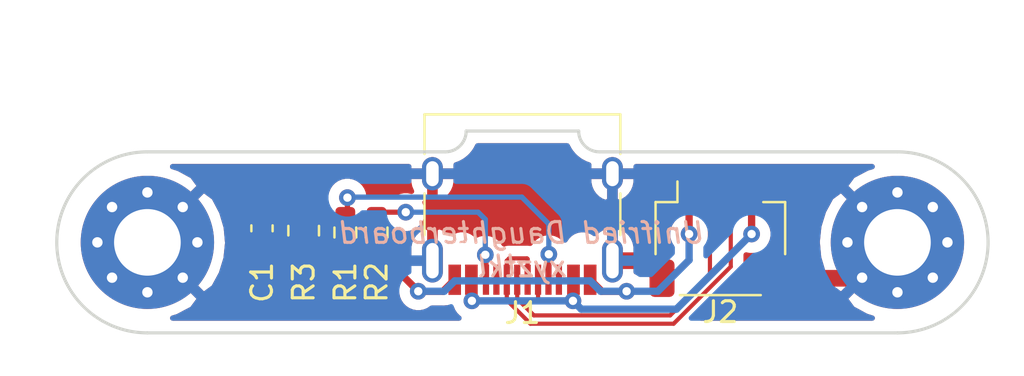
<source format=kicad_pcb>
(kicad_pcb (version 20171130) (host pcbnew 5.1.10)

  (general
    (thickness 1)
    (drawings 18)
    (tracks 76)
    (zones 0)
    (modules 8)
    (nets 10)
  )

  (page A4)
  (layers
    (0 F.Cu signal)
    (31 B.Cu signal)
    (32 B.Adhes user)
    (33 F.Adhes user)
    (34 B.Paste user)
    (35 F.Paste user)
    (36 B.SilkS user)
    (37 F.SilkS user)
    (38 B.Mask user)
    (39 F.Mask user)
    (40 Dwgs.User user)
    (41 Cmts.User user)
    (42 Eco1.User user)
    (43 Eco2.User user)
    (44 Edge.Cuts user)
    (45 Margin user)
    (46 B.CrtYd user)
    (47 F.CrtYd user)
    (48 B.Fab user)
    (49 F.Fab user)
  )

  (setup
    (last_trace_width 0.25)
    (user_trace_width 0.2)
    (user_trace_width 0.5)
    (trace_clearance 0.2)
    (zone_clearance 0.508)
    (zone_45_only no)
    (trace_min 0.2)
    (via_size 0.8)
    (via_drill 0.4)
    (via_min_size 0.4)
    (via_min_drill 0.3)
    (uvia_size 0.3)
    (uvia_drill 0.1)
    (uvias_allowed no)
    (uvia_min_size 0.2)
    (uvia_min_drill 0.1)
    (edge_width 0.15)
    (segment_width 0.0001)
    (pcb_text_width 0.3)
    (pcb_text_size 1.5 1.5)
    (mod_edge_width 0.15)
    (mod_text_size 1 1)
    (mod_text_width 0.15)
    (pad_size 1.2 1.8)
    (pad_drill 0)
    (pad_to_mask_clearance 0)
    (aux_axis_origin 0 0)
    (visible_elements 7FFFFFFF)
    (pcbplotparams
      (layerselection 0x010fc_ffffffff)
      (usegerberextensions true)
      (usegerberattributes false)
      (usegerberadvancedattributes false)
      (creategerberjobfile false)
      (excludeedgelayer true)
      (linewidth 0.100000)
      (plotframeref false)
      (viasonmask false)
      (mode 1)
      (useauxorigin false)
      (hpglpennumber 1)
      (hpglpenspeed 20)
      (hpglpendiameter 15.000000)
      (psnegative false)
      (psa4output false)
      (plotreference true)
      (plotvalue true)
      (plotinvisibletext false)
      (padsonsilk false)
      (subtractmaskfromsilk true)
      (outputformat 1)
      (mirror false)
      (drillshape 0)
      (scaleselection 1)
      (outputdirectory "gerbers"))
  )

  (net 0 "")
  (net 1 D+)
  (net 2 GND)
  (net 3 D-)
  (net 4 VCC)
  (net 5 SHIELD)
  (net 6 "Net-(J1-PadB8)")
  (net 7 "Net-(J1-PadA5)")
  (net 8 "Net-(J1-PadA8)")
  (net 9 "Net-(J1-PadB5)")

  (net_class Default "This is the default net class."
    (clearance 0.2)
    (trace_width 0.25)
    (via_dia 0.8)
    (via_drill 0.4)
    (uvia_dia 0.3)
    (uvia_drill 0.1)
    (diff_pair_width 0.25)
    (diff_pair_gap 0.25)
    (add_net D+)
    (add_net D-)
    (add_net "Net-(J1-PadA5)")
    (add_net "Net-(J1-PadA8)")
    (add_net "Net-(J1-PadB5)")
    (add_net "Net-(J1-PadB8)")
  )

  (net_class Power ""
    (clearance 0.2)
    (trace_width 0.35)
    (via_dia 0.8)
    (via_drill 0.4)
    (uvia_dia 0.3)
    (uvia_drill 0.1)
    (add_net GND)
    (add_net VCC)
  )

  (net_class Shield ""
    (clearance 0.2)
    (trace_width 0.8)
    (via_dia 0.8)
    (via_drill 0.4)
    (uvia_dia 0.3)
    (uvia_drill 0.1)
    (diff_pair_width 0.25)
    (diff_pair_gap 0.25)
    (add_net SHIELD)
  )

  (module Connector_JST:JST_SH_SM04B-SRSS-TB_1x04-1MP_P1.00mm_Horizontal (layer F.Cu) (tedit 5B78AD87) (tstamp 60BBCA33)
    (at 9.5 5.5)
    (descr "JST SH series connector, SM04B-SRSS-TB (http://www.jst-mfg.com/product/pdf/eng/eSH.pdf), generated with kicad-footprint-generator")
    (tags "connector JST SH top entry")
    (path /60BBDD8D)
    (attr smd)
    (fp_text reference J2 (at 0 3.5) (layer F.SilkS)
      (effects (font (size 1 1) (thickness 0.15)))
    )
    (fp_text value Conn_01x04_MountingPin (at 0 3.98) (layer F.Fab)
      (effects (font (size 1 1) (thickness 0.15)))
    )
    (fp_line (start -3 -1.675) (end 3 -1.675) (layer F.Fab) (width 0.1))
    (fp_line (start -3.11 0.715) (end -3.11 -1.785) (layer F.SilkS) (width 0.12))
    (fp_line (start -3.11 -1.785) (end -2.06 -1.785) (layer F.SilkS) (width 0.12))
    (fp_line (start -2.06 -1.785) (end -2.06 -2.775) (layer F.SilkS) (width 0.12))
    (fp_line (start 3.11 0.715) (end 3.11 -1.785) (layer F.SilkS) (width 0.12))
    (fp_line (start 3.11 -1.785) (end 2.06 -1.785) (layer F.SilkS) (width 0.12))
    (fp_line (start -1.94 2.685) (end 1.94 2.685) (layer F.SilkS) (width 0.12))
    (fp_line (start -3 2.575) (end 3 2.575) (layer F.Fab) (width 0.1))
    (fp_line (start -3 -1.675) (end -3 2.575) (layer F.Fab) (width 0.1))
    (fp_line (start 3 -1.675) (end 3 2.575) (layer F.Fab) (width 0.1))
    (fp_line (start -3.9 -3.28) (end -3.9 3.28) (layer F.CrtYd) (width 0.05))
    (fp_line (start -3.9 3.28) (end 3.9 3.28) (layer F.CrtYd) (width 0.05))
    (fp_line (start 3.9 3.28) (end 3.9 -3.28) (layer F.CrtYd) (width 0.05))
    (fp_line (start 3.9 -3.28) (end -3.9 -3.28) (layer F.CrtYd) (width 0.05))
    (fp_line (start -2 -1.675) (end -1.5 -0.967893) (layer F.Fab) (width 0.1))
    (fp_line (start -1.5 -0.967893) (end -1 -1.675) (layer F.Fab) (width 0.1))
    (fp_text user %R (at 0 0) (layer F.Fab)
      (effects (font (size 1 1) (thickness 0.15)))
    )
    (pad MP smd roundrect (at 2.8 1.875) (size 1.2 1.8) (layers F.Cu F.Paste F.Mask) (roundrect_rratio 0.208333)
      (net 5 SHIELD))
    (pad MP smd roundrect (at -2.8 1.875) (size 1.2 1.8) (layers F.Cu F.Paste F.Mask) (roundrect_rratio 0.208333)
      (net 5 SHIELD))
    (pad 4 smd roundrect (at 1.5 -2) (size 0.6 1.55) (layers F.Cu F.Paste F.Mask) (roundrect_rratio 0.25)
      (net 4 VCC))
    (pad 3 smd roundrect (at 0.5 -2) (size 0.6 1.55) (layers F.Cu F.Paste F.Mask) (roundrect_rratio 0.25)
      (net 1 D+))
    (pad 2 smd roundrect (at -0.5 -2) (size 0.6 1.55) (layers F.Cu F.Paste F.Mask) (roundrect_rratio 0.25)
      (net 3 D-))
    (pad 1 smd roundrect (at -1.5 -2) (size 0.6 1.55) (layers F.Cu F.Paste F.Mask) (roundrect_rratio 0.25)
      (net 2 GND))
    (model ${KIPRJMOD}/JST_SM04B-SRSS-TB.STEP
      (offset (xyz 0 1.35 -0.3))
      (scale (xyz 1 1 1))
      (rotate (xyz -90 0 0))
    )
  )

  (module Connector_USB:USB_C_Receptacle_HRO_TYPE-C-31-M-12 (layer F.Cu) (tedit 5D3C0721) (tstamp 60AB2A19)
    (at 0 3.4 180)
    (descr "USB Type-C receptacle for USB 2.0 and PD, http://www.krhro.com/uploads/soft/180320/1-1P320120243.pdf")
    (tags "usb usb-c 2.0 pd")
    (path /60AADDC9)
    (attr smd)
    (fp_text reference J1 (at 0 -5.645) (layer F.SilkS)
      (effects (font (size 1 1) (thickness 0.15)))
    )
    (fp_text value USB_C_Receptacle_USB2.0 (at 0 5.1) (layer F.Fab)
      (effects (font (size 1 1) (thickness 0.15)))
    )
    (fp_line (start -4.7 3.9) (end 4.7 3.9) (layer F.SilkS) (width 0.12))
    (fp_line (start -4.47 -3.65) (end 4.47 -3.65) (layer F.Fab) (width 0.1))
    (fp_line (start -4.47 -3.65) (end -4.47 3.65) (layer F.Fab) (width 0.1))
    (fp_line (start -4.47 3.65) (end 4.47 3.65) (layer F.Fab) (width 0.1))
    (fp_line (start 4.47 -3.65) (end 4.47 3.65) (layer F.Fab) (width 0.1))
    (fp_line (start -5.32 -5.27) (end 5.32 -5.27) (layer F.CrtYd) (width 0.05))
    (fp_line (start -5.32 4.15) (end 5.32 4.15) (layer F.CrtYd) (width 0.05))
    (fp_line (start -5.32 -5.27) (end -5.32 4.15) (layer F.CrtYd) (width 0.05))
    (fp_line (start 5.32 -5.27) (end 5.32 4.15) (layer F.CrtYd) (width 0.05))
    (fp_line (start 4.7 -1.9) (end 4.7 0.1) (layer F.SilkS) (width 0.12))
    (fp_line (start 4.7 2) (end 4.7 3.9) (layer F.SilkS) (width 0.12))
    (fp_line (start -4.7 -1.9) (end -4.7 0.1) (layer F.SilkS) (width 0.12))
    (fp_line (start -4.7 2) (end -4.7 3.9) (layer F.SilkS) (width 0.12))
    (fp_text user %R (at 0 0) (layer F.Fab)
      (effects (font (size 1 1) (thickness 0.15)))
    )
    (pad S1 thru_hole oval (at 4.32 1.05 180) (size 1 1.6) (drill oval 0.6 1.2) (layers *.Cu *.Mask)
      (net 5 SHIELD))
    (pad "" np_thru_hole circle (at 2.89 -2.6 180) (size 0.65 0.65) (drill 0.65) (layers *.Cu *.Mask))
    (pad S1 thru_hole oval (at -4.32 1.05 180) (size 1 1.6) (drill oval 0.6 1.2) (layers *.Cu *.Mask)
      (net 5 SHIELD))
    (pad "" np_thru_hole circle (at -2.89 -2.6 180) (size 0.65 0.65) (drill 0.65) (layers *.Cu *.Mask))
    (pad S1 thru_hole oval (at -4.32 -3.13 180) (size 1 2.1) (drill oval 0.6 1.7) (layers *.Cu *.Mask)
      (net 5 SHIELD))
    (pad S1 thru_hole oval (at 4.32 -3.13 180) (size 1 2.1) (drill oval 0.6 1.7) (layers *.Cu *.Mask)
      (net 5 SHIELD))
    (pad A6 smd rect (at -0.25 -4.045 180) (size 0.3 1.45) (layers F.Cu F.Paste F.Mask)
      (net 1 D+))
    (pad B5 smd rect (at 1.75 -4.045 180) (size 0.3 1.45) (layers F.Cu F.Paste F.Mask)
      (net 9 "Net-(J1-PadB5)"))
    (pad A8 smd rect (at 1.25 -4.045 180) (size 0.3 1.45) (layers F.Cu F.Paste F.Mask)
      (net 8 "Net-(J1-PadA8)"))
    (pad B6 smd rect (at 0.75 -4.045 180) (size 0.3 1.45) (layers F.Cu F.Paste F.Mask)
      (net 1 D+))
    (pad A7 smd rect (at 0.25 -4.045 180) (size 0.3 1.45) (layers F.Cu F.Paste F.Mask)
      (net 3 D-))
    (pad B7 smd rect (at -0.75 -4.045 180) (size 0.3 1.45) (layers F.Cu F.Paste F.Mask)
      (net 3 D-))
    (pad A5 smd rect (at -1.25 -4.045 180) (size 0.3 1.45) (layers F.Cu F.Paste F.Mask)
      (net 7 "Net-(J1-PadA5)"))
    (pad B8 smd rect (at -1.75 -4.045 180) (size 0.3 1.45) (layers F.Cu F.Paste F.Mask)
      (net 6 "Net-(J1-PadB8)"))
    (pad A12 smd rect (at 3.25 -4.045 180) (size 0.6 1.45) (layers F.Cu F.Paste F.Mask)
      (net 2 GND))
    (pad B4 smd rect (at 2.45 -4.045 180) (size 0.6 1.45) (layers F.Cu F.Paste F.Mask)
      (net 4 VCC))
    (pad A4 smd rect (at -2.45 -4.045 180) (size 0.6 1.45) (layers F.Cu F.Paste F.Mask)
      (net 4 VCC))
    (pad A1 smd rect (at -3.25 -4.045 180) (size 0.6 1.45) (layers F.Cu F.Paste F.Mask)
      (net 2 GND))
    (pad B12 smd rect (at -3.25 -4.045 180) (size 0.6 1.45) (layers F.Cu F.Paste F.Mask)
      (net 2 GND))
    (pad B9 smd rect (at -2.45 -4.045 180) (size 0.6 1.45) (layers F.Cu F.Paste F.Mask)
      (net 4 VCC))
    (pad A9 smd rect (at 2.45 -4.045 180) (size 0.6 1.45) (layers F.Cu F.Paste F.Mask)
      (net 4 VCC))
    (pad B1 smd rect (at 3.25 -4.045 180) (size 0.6 1.45) (layers F.Cu F.Paste F.Mask)
      (net 2 GND))
    (model ${KIPRJMOD}/HRO-TYPE-C-31-M-12.step
      (offset (xyz -4.48 -3.65 -0.03))
      (scale (xyz 1 1 1))
      (rotate (xyz -90 0 0))
    )
  )

  (module Resistor_SMD:R_0603_1608Metric (layer F.Cu) (tedit 5F68FEEE) (tstamp 5FA27231)
    (at -7 5.175 90)
    (descr "Resistor SMD 0603 (1608 Metric), square (rectangular) end terminal, IPC_7351 nominal, (Body size source: IPC-SM-782 page 72, https://www.pcb-3d.com/wordpress/wp-content/uploads/ipc-sm-782a_amendment_1_and_2.pdf), generated with kicad-footprint-generator")
    (tags resistor)
    (path /60AB11C4)
    (attr smd)
    (fp_text reference R2 (at -2.4 0 90) (layer F.SilkS)
      (effects (font (size 1 1) (thickness 0.15)))
    )
    (fp_text value 5.1k (at 0 1.43 90) (layer F.Fab)
      (effects (font (size 1 1) (thickness 0.15)))
    )
    (fp_line (start 1.48 0.73) (end -1.48 0.73) (layer F.CrtYd) (width 0.05))
    (fp_line (start 1.48 -0.73) (end 1.48 0.73) (layer F.CrtYd) (width 0.05))
    (fp_line (start -1.48 -0.73) (end 1.48 -0.73) (layer F.CrtYd) (width 0.05))
    (fp_line (start -1.48 0.73) (end -1.48 -0.73) (layer F.CrtYd) (width 0.05))
    (fp_line (start -0.237258 0.5225) (end 0.237258 0.5225) (layer F.SilkS) (width 0.12))
    (fp_line (start -0.237258 -0.5225) (end 0.237258 -0.5225) (layer F.SilkS) (width 0.12))
    (fp_line (start 0.8 0.4125) (end -0.8 0.4125) (layer F.Fab) (width 0.1))
    (fp_line (start 0.8 -0.4125) (end 0.8 0.4125) (layer F.Fab) (width 0.1))
    (fp_line (start -0.8 -0.4125) (end 0.8 -0.4125) (layer F.Fab) (width 0.1))
    (fp_line (start -0.8 0.4125) (end -0.8 -0.4125) (layer F.Fab) (width 0.1))
    (fp_text user %R (at 0 0 90) (layer F.Fab)
      (effects (font (size 0.4 0.4) (thickness 0.06)))
    )
    (pad 2 smd roundrect (at 0.825 0 90) (size 0.8 0.95) (layers F.Cu F.Paste F.Mask) (roundrect_rratio 0.25)
      (net 9 "Net-(J1-PadB5)"))
    (pad 1 smd roundrect (at -0.825 0 90) (size 0.8 0.95) (layers F.Cu F.Paste F.Mask) (roundrect_rratio 0.25)
      (net 2 GND))
    (model ${KISYS3DMOD}/Resistor_SMD.3dshapes/R_0603_1608Metric.wrl
      (at (xyz 0 0 0))
      (scale (xyz 1 1 1))
      (rotate (xyz 0 0 0))
    )
  )

  (module Resistor_SMD:R_0603_1608Metric (layer F.Cu) (tedit 5F68FEEE) (tstamp 60AB3F51)
    (at -8.5 5.175 270)
    (descr "Resistor SMD 0603 (1608 Metric), square (rectangular) end terminal, IPC_7351 nominal, (Body size source: IPC-SM-782 page 72, https://www.pcb-3d.com/wordpress/wp-content/uploads/ipc-sm-782a_amendment_1_and_2.pdf), generated with kicad-footprint-generator")
    (tags resistor)
    (path /60AB11CA)
    (attr smd)
    (fp_text reference R1 (at 2.4 0 90) (layer F.SilkS)
      (effects (font (size 1 1) (thickness 0.15)))
    )
    (fp_text value 5.1k (at 0 1.43 90) (layer F.Fab)
      (effects (font (size 1 1) (thickness 0.15)))
    )
    (fp_line (start 1.48 0.73) (end -1.48 0.73) (layer F.CrtYd) (width 0.05))
    (fp_line (start 1.48 -0.73) (end 1.48 0.73) (layer F.CrtYd) (width 0.05))
    (fp_line (start -1.48 -0.73) (end 1.48 -0.73) (layer F.CrtYd) (width 0.05))
    (fp_line (start -1.48 0.73) (end -1.48 -0.73) (layer F.CrtYd) (width 0.05))
    (fp_line (start -0.237258 0.5225) (end 0.237258 0.5225) (layer F.SilkS) (width 0.12))
    (fp_line (start -0.237258 -0.5225) (end 0.237258 -0.5225) (layer F.SilkS) (width 0.12))
    (fp_line (start 0.8 0.4125) (end -0.8 0.4125) (layer F.Fab) (width 0.1))
    (fp_line (start 0.8 -0.4125) (end 0.8 0.4125) (layer F.Fab) (width 0.1))
    (fp_line (start -0.8 -0.4125) (end 0.8 -0.4125) (layer F.Fab) (width 0.1))
    (fp_line (start -0.8 0.4125) (end -0.8 -0.4125) (layer F.Fab) (width 0.1))
    (fp_text user %R (at 0 0 90) (layer F.Fab)
      (effects (font (size 0.4 0.4) (thickness 0.06)))
    )
    (pad 2 smd roundrect (at 0.825 0 270) (size 0.8 0.95) (layers F.Cu F.Paste F.Mask) (roundrect_rratio 0.25)
      (net 2 GND))
    (pad 1 smd roundrect (at -0.825 0 270) (size 0.8 0.95) (layers F.Cu F.Paste F.Mask) (roundrect_rratio 0.25)
      (net 7 "Net-(J1-PadA5)"))
    (model ${KISYS3DMOD}/Resistor_SMD.3dshapes/R_0603_1608Metric.wrl
      (at (xyz 0 0 0))
      (scale (xyz 1 1 1))
      (rotate (xyz 0 0 0))
    )
  )

  (module MountingHole:MountingHole_3.2mm_M3_Pad_Via (layer F.Cu) (tedit 56DDBCCA) (tstamp 5C91B700)
    (at 18 5.65)
    (descr "Mounting Hole 3.2mm, M3")
    (tags "mounting hole 3.2mm m3")
    (path /60AB11DE)
    (attr virtual)
    (fp_text reference MH2 (at 0 -4.2) (layer F.SilkS) hide
      (effects (font (size 1 1) (thickness 0.15)))
    )
    (fp_text value Mount-M2 (at 0 4.2) (layer F.Fab)
      (effects (font (size 1 1) (thickness 0.15)))
    )
    (fp_circle (center 0 0) (end 3.2 0) (layer Cmts.User) (width 0.15))
    (fp_circle (center 0 0) (end 3.45 0) (layer F.CrtYd) (width 0.05))
    (fp_text user %R (at 0.3 0) (layer F.Fab)
      (effects (font (size 1 1) (thickness 0.15)))
    )
    (pad 1 thru_hole circle (at 1.697056 -1.697056) (size 0.8 0.8) (drill 0.5) (layers *.Cu *.Mask)
      (net 5 SHIELD))
    (pad 1 thru_hole circle (at 0 -2.4) (size 0.8 0.8) (drill 0.5) (layers *.Cu *.Mask)
      (net 5 SHIELD))
    (pad 1 thru_hole circle (at -1.697056 -1.697056) (size 0.8 0.8) (drill 0.5) (layers *.Cu *.Mask)
      (net 5 SHIELD))
    (pad 1 thru_hole circle (at -2.4 0) (size 0.8 0.8) (drill 0.5) (layers *.Cu *.Mask)
      (net 5 SHIELD))
    (pad 1 thru_hole circle (at -1.697056 1.697056) (size 0.8 0.8) (drill 0.5) (layers *.Cu *.Mask)
      (net 5 SHIELD))
    (pad 1 thru_hole circle (at 0 2.4) (size 0.8 0.8) (drill 0.5) (layers *.Cu *.Mask)
      (net 5 SHIELD))
    (pad 1 thru_hole circle (at 1.697056 1.697056) (size 0.8 0.8) (drill 0.5) (layers *.Cu *.Mask)
      (net 5 SHIELD))
    (pad 1 thru_hole circle (at 2.4 0) (size 0.8 0.8) (drill 0.5) (layers *.Cu *.Mask)
      (net 5 SHIELD))
    (pad 1 thru_hole circle (at 0 0) (size 6.4 6.4) (drill 3.2) (layers *.Cu *.Mask)
      (net 5 SHIELD))
  )

  (module MountingHole:MountingHole_3.2mm_M3_Pad_Via (layer F.Cu) (tedit 56DDBCCA) (tstamp 5FA20BAA)
    (at -18 5.65)
    (descr "Mounting Hole 3.2mm, M3")
    (tags "mounting hole 3.2mm m3")
    (path /60AB11D8)
    (attr virtual)
    (fp_text reference MH1 (at 0 -4.2) (layer F.SilkS) hide
      (effects (font (size 1 1) (thickness 0.15)))
    )
    (fp_text value Mount-M2 (at 0 4.2) (layer F.Fab)
      (effects (font (size 1 1) (thickness 0.15)))
    )
    (fp_circle (center 0 0) (end 3.2 0) (layer Cmts.User) (width 0.15))
    (fp_circle (center 0 0) (end 3.45 0) (layer F.CrtYd) (width 0.05))
    (fp_text user %R (at 0.3 0) (layer F.Fab)
      (effects (font (size 1 1) (thickness 0.15)))
    )
    (pad 1 thru_hole circle (at 1.697056 -1.697056) (size 0.8 0.8) (drill 0.5) (layers *.Cu *.Mask)
      (net 5 SHIELD))
    (pad 1 thru_hole circle (at 0 -2.4) (size 0.8 0.8) (drill 0.5) (layers *.Cu *.Mask)
      (net 5 SHIELD))
    (pad 1 thru_hole circle (at -1.697056 -1.697056) (size 0.8 0.8) (drill 0.5) (layers *.Cu *.Mask)
      (net 5 SHIELD))
    (pad 1 thru_hole circle (at -2.4 0) (size 0.8 0.8) (drill 0.5) (layers *.Cu *.Mask)
      (net 5 SHIELD))
    (pad 1 thru_hole circle (at -1.697056 1.697056) (size 0.8 0.8) (drill 0.5) (layers *.Cu *.Mask)
      (net 5 SHIELD))
    (pad 1 thru_hole circle (at 0 2.4) (size 0.8 0.8) (drill 0.5) (layers *.Cu *.Mask)
      (net 5 SHIELD))
    (pad 1 thru_hole circle (at 1.697056 1.697056) (size 0.8 0.8) (drill 0.5) (layers *.Cu *.Mask)
      (net 5 SHIELD))
    (pad 1 thru_hole circle (at 2.4 0) (size 0.8 0.8) (drill 0.5) (layers *.Cu *.Mask)
      (net 5 SHIELD))
    (pad 1 thru_hole circle (at 0 0) (size 6.4 6.4) (drill 3.2) (layers *.Cu *.Mask)
      (net 5 SHIELD))
  )

  (module Resistor_SMD:R_0805_2012Metric (layer F.Cu) (tedit 5F68FEEE) (tstamp 60AB4230)
    (at -10.5 5.0875 90)
    (descr "Resistor SMD 0805 (2012 Metric), square (rectangular) end terminal, IPC_7351 nominal, (Body size source: IPC-SM-782 page 72, https://www.pcb-3d.com/wordpress/wp-content/uploads/ipc-sm-782a_amendment_1_and_2.pdf), generated with kicad-footprint-generator")
    (tags resistor)
    (path /60AB11E4)
    (attr smd)
    (fp_text reference R3 (at -2.4875 0 90) (layer F.SilkS)
      (effects (font (size 1 1) (thickness 0.15)))
    )
    (fp_text value 1M (at 0 1.65 90) (layer F.Fab)
      (effects (font (size 1 1) (thickness 0.15)))
    )
    (fp_line (start 1.68 0.95) (end -1.68 0.95) (layer F.CrtYd) (width 0.05))
    (fp_line (start 1.68 -0.95) (end 1.68 0.95) (layer F.CrtYd) (width 0.05))
    (fp_line (start -1.68 -0.95) (end 1.68 -0.95) (layer F.CrtYd) (width 0.05))
    (fp_line (start -1.68 0.95) (end -1.68 -0.95) (layer F.CrtYd) (width 0.05))
    (fp_line (start -0.227064 0.735) (end 0.227064 0.735) (layer F.SilkS) (width 0.12))
    (fp_line (start -0.227064 -0.735) (end 0.227064 -0.735) (layer F.SilkS) (width 0.12))
    (fp_line (start 1 0.625) (end -1 0.625) (layer F.Fab) (width 0.1))
    (fp_line (start 1 -0.625) (end 1 0.625) (layer F.Fab) (width 0.1))
    (fp_line (start -1 -0.625) (end 1 -0.625) (layer F.Fab) (width 0.1))
    (fp_line (start -1 0.625) (end -1 -0.625) (layer F.Fab) (width 0.1))
    (fp_text user %R (at 0 0 90) (layer F.Fab)
      (effects (font (size 0.5 0.5) (thickness 0.08)))
    )
    (pad 2 smd roundrect (at 0.9125 0 90) (size 1.025 1.4) (layers F.Cu F.Paste F.Mask) (roundrect_rratio 0.2439014634146341)
      (net 5 SHIELD))
    (pad 1 smd roundrect (at -0.9125 0 90) (size 1.025 1.4) (layers F.Cu F.Paste F.Mask) (roundrect_rratio 0.2439014634146341)
      (net 2 GND))
    (model ${KISYS3DMOD}/Resistor_SMD.3dshapes/R_0805_2012Metric.wrl
      (at (xyz 0 0 0))
      (scale (xyz 1 1 1))
      (rotate (xyz 0 0 0))
    )
  )

  (module Capacitor_SMD:C_0603_1608Metric (layer F.Cu) (tedit 5F68FEEE) (tstamp 5FA0FBCA)
    (at -12.5 4.975 90)
    (descr "Capacitor SMD 0603 (1608 Metric), square (rectangular) end terminal, IPC_7351 nominal, (Body size source: IPC-SM-782 page 76, https://www.pcb-3d.com/wordpress/wp-content/uploads/ipc-sm-782a_amendment_1_and_2.pdf), generated with kicad-footprint-generator")
    (tags capacitor)
    (path /60AB11EA)
    (attr smd)
    (fp_text reference C1 (at -2.6 0 90) (layer F.SilkS)
      (effects (font (size 1 1) (thickness 0.15)))
    )
    (fp_text value 4.7n (at 0 1.43 90) (layer F.Fab)
      (effects (font (size 1 1) (thickness 0.15)))
    )
    (fp_line (start 1.48 0.73) (end -1.48 0.73) (layer F.CrtYd) (width 0.05))
    (fp_line (start 1.48 -0.73) (end 1.48 0.73) (layer F.CrtYd) (width 0.05))
    (fp_line (start -1.48 -0.73) (end 1.48 -0.73) (layer F.CrtYd) (width 0.05))
    (fp_line (start -1.48 0.73) (end -1.48 -0.73) (layer F.CrtYd) (width 0.05))
    (fp_line (start -0.14058 0.51) (end 0.14058 0.51) (layer F.SilkS) (width 0.12))
    (fp_line (start -0.14058 -0.51) (end 0.14058 -0.51) (layer F.SilkS) (width 0.12))
    (fp_line (start 0.8 0.4) (end -0.8 0.4) (layer F.Fab) (width 0.1))
    (fp_line (start 0.8 -0.4) (end 0.8 0.4) (layer F.Fab) (width 0.1))
    (fp_line (start -0.8 -0.4) (end 0.8 -0.4) (layer F.Fab) (width 0.1))
    (fp_line (start -0.8 0.4) (end -0.8 -0.4) (layer F.Fab) (width 0.1))
    (fp_text user %R (at 0 0 90) (layer F.Fab)
      (effects (font (size 0.4 0.4) (thickness 0.06)))
    )
    (pad 2 smd roundrect (at 0.775 0 90) (size 0.9 0.95) (layers F.Cu F.Paste F.Mask) (roundrect_rratio 0.25)
      (net 5 SHIELD))
    (pad 1 smd roundrect (at -0.775 0 90) (size 0.9 0.95) (layers F.Cu F.Paste F.Mask) (roundrect_rratio 0.25)
      (net 2 GND))
    (model ${KISYS3DMOD}/Capacitor_SMD.3dshapes/C_0603_1608Metric.wrl
      (at (xyz 0 0 0))
      (scale (xyz 1 1 1))
      (rotate (xyz 0 0 0))
    )
  )

  (gr_line (start -25 5.65) (end -18 5.65) (layer Eco2.User) (width 0.15))
  (gr_line (start 24 5.65) (end 18 5.65) (layer Eco2.User) (width 0.15))
  (gr_line (start 14 12) (end 14 8) (layer Eco1.User) (width 0.15))
  (gr_line (start 14 -1) (end 14 3) (layer Eco1.User) (width 0.15))
  (gr_line (start -14 12) (end -14 8) (layer Eco1.User) (width 0.15))
  (gr_line (start -14 -1) (end -14 3) (layer Eco1.User) (width 0.15))
  (gr_arc (start 3.7 0.3) (end 2.7 0.3) (angle -90) (layer Edge.Cuts) (width 0.15))
  (gr_arc (start -3.7 0.3) (end -3.7 1.3) (angle -90) (layer Edge.Cuts) (width 0.15))
  (gr_line (start -2.7 0.3) (end 2.7 0.3) (layer Edge.Cuts) (width 0.15))
  (gr_line (start 18 1.3) (end 3.7 1.3) (layer Edge.Cuts) (width 0.15) (tstamp 60AB4B69))
  (gr_circle (center 18 5.65) (end 21.5 5.65) (layer Eco1.User) (width 0.15))
  (gr_circle (center -18 5.65) (end -14.5 5.65) (layer Eco1.User) (width 0.15))
  (gr_text "Unifried Daughterboard\nxyztkl" (at 0 6) (layer B.SilkS)
    (effects (font (size 1 1) (thickness 0.15) italic) (justify mirror))
  )
  (dimension 44.8 (width 0.15) (layer Eco1.User)
    (gr_text "44.800 mm" (at 0 -5.3) (layer Eco1.User)
      (effects (font (size 1 1) (thickness 0.15)))
    )
    (feature1 (pts (xy 22.4 5.6) (xy 22.4 -4.586421)))
    (feature2 (pts (xy -22.4 5.6) (xy -22.4 -4.586421)))
    (crossbar (pts (xy -22.4 -4) (xy 22.4 -4)))
    (arrow1a (pts (xy 22.4 -4) (xy 21.273496 -3.413579)))
    (arrow1b (pts (xy 22.4 -4) (xy 21.273496 -4.586421)))
    (arrow2a (pts (xy -22.4 -4) (xy -21.273496 -3.413579)))
    (arrow2b (pts (xy -22.4 -4) (xy -21.273496 -4.586421)))
  )
  (gr_arc (start -18 5.65) (end -18 1.3) (angle -180) (layer Edge.Cuts) (width 0.15))
  (gr_arc (start 18 5.65) (end 18 10) (angle -180) (layer Edge.Cuts) (width 0.15))
  (gr_line (start -18 10) (end 18 10) (layer Edge.Cuts) (width 0.15))
  (gr_line (start -18 1.3) (end -3.7 1.3) (layer Edge.Cuts) (width 0.15))

  (segment (start 0.25 6.45) (end 0.25 7.445) (width 0.2) (layer F.Cu) (net 1))
  (segment (start 0.219999 6.419999) (end 0.25 6.45) (width 0.2) (layer F.Cu) (net 1))
  (segment (start -0.640001 6.419999) (end 0.219999 6.419999) (width 0.2) (layer F.Cu) (net 1))
  (segment (start -0.75 6.529998) (end -0.640001 6.419999) (width 0.2) (layer F.Cu) (net 1))
  (segment (start -0.75 7.445) (end -0.75 6.529998) (width 0.2) (layer F.Cu) (net 1))
  (segment (start 10 6.817117) (end 10 3.5) (width 0.2) (layer F.Cu) (net 1))
  (segment (start -0.75 8.425702) (end 0.384786 9.560488) (width 0.2) (layer F.Cu) (net 1))
  (segment (start 7.256629 9.560488) (end 10 6.817117) (width 0.2) (layer F.Cu) (net 1))
  (segment (start 0.384786 9.560488) (end 7.256629 9.560488) (width 0.2) (layer F.Cu) (net 1))
  (segment (start -0.75 7.445) (end -0.75 8.425702) (width 0.2) (layer F.Cu) (net 1))
  (via (at -5 8) (size 0.8) (drill 0.4) (layers F.Cu B.Cu) (net 2))
  (via (at 5 8) (size 0.8) (drill 0.4) (layers F.Cu B.Cu) (net 2))
  (segment (start 3.805 8) (end 5.25 8) (width 0.35) (layer F.Cu) (net 2))
  (segment (start 3.25 7.445) (end 3.805 8) (width 0.35) (layer F.Cu) (net 2))
  (segment (start -3.805 8) (end -5 8) (width 0.35) (layer F.Cu) (net 2))
  (segment (start -3.25 7.445) (end -3.805 8) (width 0.35) (layer F.Cu) (net 2))
  (segment (start -5 8) (end -3.75 8) (width 0.35) (layer B.Cu) (net 2))
  (segment (start 5 8) (end 3.75 8) (width 0.35) (layer B.Cu) (net 2))
  (segment (start 3.75 8) (end 3.25 7.5) (width 0.35) (layer B.Cu) (net 2))
  (segment (start -3.25 7.5) (end -3.75 8) (width 0.35) (layer B.Cu) (net 2))
  (segment (start 3.25 7.5) (end -3.25 7.5) (width 0.35) (layer B.Cu) (net 2))
  (segment (start -10.75 5.75) (end -10.5 6) (width 0.35) (layer F.Cu) (net 2))
  (segment (start -12.5 5.75) (end -10.75 5.75) (width 0.35) (layer F.Cu) (net 2))
  (segment (start -10.5 6) (end -8.5 6) (width 0.35) (layer F.Cu) (net 2))
  (segment (start -8.5 6) (end -7 6) (width 0.35) (layer F.Cu) (net 2))
  (segment (start -7 6) (end -5 8) (width 0.35) (layer F.Cu) (net 2))
  (via (at 8.000006 5.25) (size 0.8) (drill 0.4) (layers F.Cu B.Cu) (net 2))
  (segment (start 8.000006 6.499994) (end 8.000006 5.25) (width 0.35) (layer B.Cu) (net 2))
  (segment (start 6.5 8) (end 8.000006 6.499994) (width 0.35) (layer B.Cu) (net 2))
  (segment (start 5 8) (end 6.5 8) (width 0.35) (layer B.Cu) (net 2))
  (segment (start 8.000006 3.500006) (end 8 3.5) (width 0.35) (layer F.Cu) (net 2))
  (segment (start 8.000006 5.25) (end 8.000006 3.500006) (width 0.35) (layer F.Cu) (net 2))
  (segment (start 0.75 8.360002) (end 0.75 7.445) (width 0.2) (layer F.Cu) (net 3))
  (segment (start 0.640001 8.470001) (end 0.75 8.360002) (width 0.2) (layer F.Cu) (net 3))
  (segment (start -0.140001 8.470001) (end 0.640001 8.470001) (width 0.2) (layer F.Cu) (net 3))
  (segment (start -0.25 8.360002) (end -0.140001 8.470001) (width 0.2) (layer F.Cu) (net 3))
  (segment (start -0.25 7.445) (end -0.25 8.360002) (width 0.2) (layer F.Cu) (net 3))
  (segment (start 9 7.25) (end 9 3.5) (width 0.2) (layer F.Cu) (net 3))
  (segment (start 7.089523 9.160477) (end 9 7.25) (width 0.2) (layer F.Cu) (net 3))
  (segment (start 0.550475 9.160477) (end 7.089523 9.160477) (width 0.2) (layer F.Cu) (net 3))
  (segment (start -0.25 8.360002) (end 0.550475 9.160477) (width 0.2) (layer F.Cu) (net 3))
  (via (at -2.424999 8.460476) (size 0.8) (drill 0.4) (layers F.Cu B.Cu) (net 4))
  (segment (start -2.45 8.435475) (end -2.424999 8.460476) (width 0.35) (layer F.Cu) (net 4))
  (segment (start -2.45 7.445) (end -2.45 8.435475) (width 0.35) (layer F.Cu) (net 4))
  (via (at 2.424999 8.460476) (size 0.8) (drill 0.4) (layers F.Cu B.Cu) (net 4))
  (segment (start 2.45 8.435475) (end 2.424999 8.460476) (width 0.35) (layer F.Cu) (net 4))
  (segment (start 2.45 7.445) (end 2.45 8.435475) (width 0.35) (layer F.Cu) (net 4))
  (segment (start 2.424999 8.460476) (end -2.424999 8.460476) (width 0.35) (layer B.Cu) (net 4))
  (via (at 11 5.249992) (size 0.8) (drill 0.4) (layers F.Cu B.Cu) (net 4))
  (segment (start 2.424999 8.460476) (end 2.824998 8.860475) (width 0.35) (layer B.Cu) (net 4))
  (segment (start 2.824998 8.860475) (end 7.389517 8.860475) (width 0.35) (layer B.Cu) (net 4))
  (segment (start 7.389517 8.860475) (end 11 5.249992) (width 0.35) (layer B.Cu) (net 4))
  (segment (start 11 5.249992) (end 11 3.5) (width 0.35) (layer F.Cu) (net 4))
  (segment (start 5.855 6.53) (end 6.7 7.375) (width 0.8) (layer F.Cu) (net 5))
  (segment (start 4.32 6.53) (end 5.855 6.53) (width 0.8) (layer F.Cu) (net 5))
  (segment (start 16.275 7.375) (end 18 5.65) (width 0.8) (layer F.Cu) (net 5))
  (segment (start 12.3 7.375) (end 16.275 7.375) (width 0.8) (layer F.Cu) (net 5))
  (via (at 1.266853 6.220985) (size 0.8) (drill 0.4) (layers F.Cu B.Cu) (net 7))
  (segment (start 1.25 6.237838) (end 1.266853 6.220985) (width 0.25) (layer F.Cu) (net 7))
  (segment (start 1.25 7.445) (end 1.25 6.237838) (width 0.25) (layer F.Cu) (net 7))
  (segment (start 1.266853 6.220985) (end 1.266853 4.766853) (width 0.25) (layer B.Cu) (net 7))
  (segment (start -0.02499 3.47501) (end -8.37501 3.47501) (width 0.25) (layer B.Cu) (net 7))
  (segment (start 1.266853 4.766853) (end -0.02499 3.47501) (width 0.25) (layer B.Cu) (net 7))
  (via (at -8.4 3.5) (size 0.8) (drill 0.4) (layers F.Cu B.Cu) (net 7))
  (segment (start -8.37501 3.47501) (end -8.4 3.5) (width 0.25) (layer B.Cu) (net 7))
  (segment (start -8.4 4.25) (end -8.5 4.35) (width 0.25) (layer F.Cu) (net 7))
  (segment (start -8.4 3.5) (end -8.4 4.25) (width 0.25) (layer F.Cu) (net 7))
  (via (at -1.780912 6.24695) (size 0.8) (drill 0.4) (layers F.Cu B.Cu) (net 9))
  (segment (start -1.75 6.277862) (end -1.780912 6.24695) (width 0.25) (layer F.Cu) (net 9))
  (segment (start -1.75 7.445) (end -1.75 6.277862) (width 0.25) (layer F.Cu) (net 9))
  (segment (start -1.780912 6.24695) (end -1.780912 4.544108) (width 0.25) (layer B.Cu) (net 9))
  (via (at -5.6 4.20001) (size 0.8) (drill 0.4) (layers F.Cu B.Cu) (net 9))
  (segment (start -2.12501 4.20001) (end -5.6 4.20001) (width 0.25) (layer B.Cu) (net 9))
  (segment (start -1.780912 4.544108) (end -2.12501 4.20001) (width 0.25) (layer B.Cu) (net 9))
  (segment (start -6.85001 4.20001) (end -7 4.35) (width 0.25) (layer F.Cu) (net 9))
  (segment (start -5.6 4.20001) (end -6.85001 4.20001) (width 0.25) (layer F.Cu) (net 9))

  (zone (net 5) (net_name SHIELD) (layer F.Cu) (tstamp 0) (hatch edge 0.508)
    (connect_pads (clearance 0.508))
    (min_thickness 0.254)
    (fill yes (arc_segments 32) (thermal_gap 0.508) (thermal_bridge_width 0.508))
    (polygon
      (pts
        (xy 22 11) (xy -22 11) (xy -22 0) (xy 22 0)
      )
    )
    (filled_polygon
      (pts
        (xy 2.148932 1.016455) (xy 2.153586 1.025208) (xy 2.246411 1.196885) (xy 2.282371 1.250198) (xy 2.317633 1.304083)
        (xy 2.323898 1.311765) (xy 2.448302 1.462143) (xy 2.493957 1.50748) (xy 2.538987 1.553463) (xy 2.546625 1.559782)
        (xy 2.697867 1.683132) (xy 2.751487 1.718757) (xy 2.804564 1.755099) (xy 2.813284 1.759814) (xy 2.985606 1.851439)
        (xy 3.045076 1.875951) (xy 3.104248 1.901312) (xy 3.113718 1.904243) (xy 3.185 1.925764) (xy 3.185 2.223)
        (xy 4.193 2.223) (xy 4.193 2.203) (xy 4.447 2.203) (xy 4.447 2.223) (xy 5.455 2.223)
        (xy 5.455 2.01) (xy 16.78575 2.01) (xy 16.547792 2.080548) (xy 15.87933 2.432445) (xy 15.838912 2.459452)
        (xy 15.478724 2.949119) (xy 18 5.470395) (xy 18.014143 5.456253) (xy 18.193748 5.635858) (xy 18.179605 5.65)
        (xy 18.193748 5.664143) (xy 18.014143 5.843748) (xy 18 5.829605) (xy 15.478724 8.350881) (xy 15.838912 8.840548)
        (xy 16.502882 9.200849) (xy 16.790236 9.29) (xy 8.566563 9.29) (xy 9.581563 8.275) (xy 11.061928 8.275)
        (xy 11.074188 8.399482) (xy 11.110498 8.51918) (xy 11.169463 8.629494) (xy 11.248815 8.726185) (xy 11.345506 8.805537)
        (xy 11.45582 8.864502) (xy 11.575518 8.900812) (xy 11.7 8.913072) (xy 12.01425 8.91) (xy 12.173 8.75125)
        (xy 12.173 7.502) (xy 12.427 7.502) (xy 12.427 8.75125) (xy 12.58575 8.91) (xy 12.9 8.913072)
        (xy 13.024482 8.900812) (xy 13.14418 8.864502) (xy 13.254494 8.805537) (xy 13.351185 8.726185) (xy 13.430537 8.629494)
        (xy 13.489502 8.51918) (xy 13.525812 8.399482) (xy 13.538072 8.275) (xy 13.535 7.66075) (xy 13.37625 7.502)
        (xy 12.427 7.502) (xy 12.173 7.502) (xy 11.22375 7.502) (xy 11.065 7.66075) (xy 11.061928 8.275)
        (xy 9.581563 8.275) (xy 10.494197 7.362367) (xy 10.522237 7.339355) (xy 10.54525 7.311314) (xy 10.545253 7.311311)
        (xy 10.614086 7.227438) (xy 10.614087 7.227437) (xy 10.682337 7.09975) (xy 10.724365 6.961202) (xy 10.735 6.853222)
        (xy 10.735 6.853213) (xy 10.738555 6.817118) (xy 10.735 6.781023) (xy 10.735 6.252557) (xy 10.898061 6.284992)
        (xy 11.094065 6.284992) (xy 11.074188 6.350518) (xy 11.061928 6.475) (xy 11.065 7.08925) (xy 11.22375 7.248)
        (xy 12.173 7.248) (xy 12.173 5.99875) (xy 12.427 5.99875) (xy 12.427 7.248) (xy 13.37625 7.248)
        (xy 13.535 7.08925) (xy 13.538072 6.475) (xy 13.525812 6.350518) (xy 13.489502 6.23082) (xy 13.430537 6.120506)
        (xy 13.351185 6.023815) (xy 13.254494 5.944463) (xy 13.14418 5.885498) (xy 13.024482 5.849188) (xy 12.9 5.836928)
        (xy 12.58575 5.84) (xy 12.427 5.99875) (xy 12.173 5.99875) (xy 12.01425 5.84) (xy 11.851615 5.83841)
        (xy 11.917205 5.740248) (xy 11.964654 5.625695) (xy 14.14652 5.625695) (xy 14.215822 6.377938) (xy 14.430548 7.102208)
        (xy 14.782445 7.77067) (xy 14.809452 7.811088) (xy 15.299119 8.171276) (xy 17.820395 5.65) (xy 15.299119 3.128724)
        (xy 14.809452 3.488912) (xy 14.449151 4.152882) (xy 14.225306 4.874385) (xy 14.14652 5.625695) (xy 11.964654 5.625695)
        (xy 11.995226 5.55189) (xy 12.035 5.351931) (xy 12.035 5.148053) (xy 11.995226 4.948094) (xy 11.917205 4.759736)
        (xy 11.81 4.599292) (xy 11.81 4.553957) (xy 11.878084 4.426582) (xy 11.922929 4.278745) (xy 11.938072 4.125)
        (xy 11.938072 2.875) (xy 11.922929 2.721255) (xy 11.878084 2.573418) (xy 11.805258 2.437171) (xy 11.707251 2.317749)
        (xy 11.587829 2.219742) (xy 11.451582 2.146916) (xy 11.303745 2.102071) (xy 11.15 2.086928) (xy 10.85 2.086928)
        (xy 10.696255 2.102071) (xy 10.548418 2.146916) (xy 10.5 2.172796) (xy 10.451582 2.146916) (xy 10.303745 2.102071)
        (xy 10.15 2.086928) (xy 9.85 2.086928) (xy 9.696255 2.102071) (xy 9.548418 2.146916) (xy 9.5 2.172796)
        (xy 9.451582 2.146916) (xy 9.303745 2.102071) (xy 9.15 2.086928) (xy 8.85 2.086928) (xy 8.696255 2.102071)
        (xy 8.548418 2.146916) (xy 8.5 2.172796) (xy 8.451582 2.146916) (xy 8.303745 2.102071) (xy 8.15 2.086928)
        (xy 7.85 2.086928) (xy 7.696255 2.102071) (xy 7.548418 2.146916) (xy 7.412171 2.219742) (xy 7.292749 2.317749)
        (xy 7.194742 2.437171) (xy 7.121916 2.573418) (xy 7.077071 2.721255) (xy 7.061928 2.875) (xy 7.061928 4.125)
        (xy 7.077071 4.278745) (xy 7.121916 4.426582) (xy 7.190006 4.553969) (xy 7.190006 4.599299) (xy 7.082801 4.759744)
        (xy 7.00478 4.948102) (xy 6.965006 5.148061) (xy 6.965006 5.351939) (xy 7.00478 5.551898) (xy 7.082801 5.740256)
        (xy 7.148385 5.83841) (xy 6.98575 5.84) (xy 6.827 5.99875) (xy 6.827 7.248) (xy 6.847 7.248)
        (xy 6.847 7.502) (xy 6.827 7.502) (xy 6.827 7.522) (xy 6.573 7.522) (xy 6.573 7.502)
        (xy 6.553 7.502) (xy 6.553 7.248) (xy 6.573 7.248) (xy 6.573 5.99875) (xy 6.41425 5.84)
        (xy 6.1 5.836928) (xy 5.975518 5.849188) (xy 5.85582 5.885498) (xy 5.745506 5.944463) (xy 5.648815 6.023815)
        (xy 5.569463 6.120506) (xy 5.510498 6.23082) (xy 5.474188 6.350518) (xy 5.461928 6.475) (xy 5.464915 7.072298)
        (xy 5.455 7.068191) (xy 5.455 6.657) (xy 4.447 6.657) (xy 4.447 6.677) (xy 4.193 6.677)
        (xy 4.193 6.657) (xy 4.181867 6.657) (xy 4.175812 6.595518) (xy 4.173 6.586248) (xy 4.173 6.403)
        (xy 4.193 6.403) (xy 4.193 5.012046) (xy 4.447 5.012046) (xy 4.447 6.403) (xy 5.455 6.403)
        (xy 5.455 5.853) (xy 5.408415 5.634013) (xy 5.320003 5.428322) (xy 5.193161 5.243831) (xy 5.032764 5.087631)
        (xy 4.844976 4.965724) (xy 4.621874 4.885881) (xy 4.447 5.012046) (xy 4.193 5.012046) (xy 4.018126 4.885881)
        (xy 3.795024 4.965724) (xy 3.607236 5.087631) (xy 3.462884 5.228206) (xy 3.344731 5.149259) (xy 3.170022 5.076892)
        (xy 2.984552 5.04) (xy 2.795448 5.04) (xy 2.609978 5.076892) (xy 2.435269 5.149259) (xy 2.278036 5.254319)
        (xy 2.144319 5.388036) (xy 2.045503 5.535924) (xy 1.926627 5.417048) (xy 1.757109 5.30378) (xy 1.568751 5.225759)
        (xy 1.368792 5.185985) (xy 1.164914 5.185985) (xy 0.964955 5.225759) (xy 0.776597 5.30378) (xy 0.607079 5.417048)
        (xy 0.462916 5.561211) (xy 0.371579 5.697907) (xy 0.364084 5.695634) (xy 0.256104 5.684999) (xy 0.219999 5.681443)
        (xy 0.183894 5.684999) (xy -0.603897 5.684999) (xy -0.640002 5.681443) (xy -0.711927 5.688527) (xy -0.784086 5.695634)
        (xy -0.884212 5.726007) (xy -0.976975 5.587176) (xy -1.121138 5.443013) (xy -1.290656 5.329745) (xy -1.479014 5.251724)
        (xy -1.678973 5.21195) (xy -1.882851 5.21195) (xy -2.08281 5.251724) (xy -2.22269 5.309665) (xy -2.278036 5.254319)
        (xy -2.435269 5.149259) (xy -2.609978 5.076892) (xy -2.795448 5.04) (xy -2.984552 5.04) (xy -3.170022 5.076892)
        (xy -3.344731 5.149259) (xy -3.462884 5.228206) (xy -3.607236 5.087631) (xy -3.795024 4.965724) (xy -4.018126 4.885881)
        (xy -4.193 5.012046) (xy -4.193 6.403) (xy -4.173 6.403) (xy -4.173 6.586248) (xy -4.175812 6.595518)
        (xy -4.181867 6.657) (xy -4.193 6.657) (xy -4.193 6.677) (xy -4.447 6.677) (xy -4.447 6.657)
        (xy -4.467 6.657) (xy -4.467 6.403) (xy -4.447 6.403) (xy -4.447 5.012046) (xy -4.621874 4.885881)
        (xy -4.844976 4.965724) (xy -5.032764 5.087631) (xy -5.193161 5.243831) (xy -5.320003 5.428322) (xy -5.408415 5.634013)
        (xy -5.455 5.853) (xy -5.455 6.399488) (xy -5.886928 5.96756) (xy -5.886928 5.8) (xy -5.903031 5.6365)
        (xy -5.950722 5.479284) (xy -6.028169 5.334392) (xy -6.132394 5.207394) (xy -6.171866 5.175) (xy -6.132394 5.142606)
        (xy -6.104013 5.108023) (xy -6.090256 5.117215) (xy -5.901898 5.195236) (xy -5.701939 5.23501) (xy -5.498061 5.23501)
        (xy -5.298102 5.195236) (xy -5.109744 5.117215) (xy -4.940226 5.003947) (xy -4.796063 4.859784) (xy -4.682795 4.690266)
        (xy -4.604774 4.501908) (xy -4.565 4.301949) (xy -4.565 4.098071) (xy -4.604774 3.898112) (xy -4.676686 3.724503)
        (xy -4.621874 3.744119) (xy -4.447 3.617954) (xy -4.447 2.477) (xy -4.193 2.477) (xy -4.193 3.617954)
        (xy -4.018126 3.744119) (xy -3.795024 3.664276) (xy -3.607236 3.542369) (xy -3.446839 3.386169) (xy -3.319997 3.201678)
        (xy -3.231585 2.995987) (xy -3.185 2.777) (xy -3.185 2.477) (xy 3.185 2.477) (xy 3.185 2.777)
        (xy 3.231585 2.995987) (xy 3.319997 3.201678) (xy 3.446839 3.386169) (xy 3.607236 3.542369) (xy 3.795024 3.664276)
        (xy 4.018126 3.744119) (xy 4.193 3.617954) (xy 4.193 2.477) (xy 4.447 2.477) (xy 4.447 3.617954)
        (xy 4.621874 3.744119) (xy 4.844976 3.664276) (xy 5.032764 3.542369) (xy 5.193161 3.386169) (xy 5.320003 3.201678)
        (xy 5.408415 2.995987) (xy 5.455 2.777) (xy 5.455 2.477) (xy 4.447 2.477) (xy 4.193 2.477)
        (xy 3.185 2.477) (xy -3.185 2.477) (xy -4.193 2.477) (xy -4.447 2.477) (xy -5.455 2.477)
        (xy -5.455 2.777) (xy -5.408415 2.995987) (xy -5.320591 3.200311) (xy -5.498061 3.16501) (xy -5.701939 3.16501)
        (xy -5.901898 3.204784) (xy -6.090256 3.282805) (xy -6.259774 3.396073) (xy -6.296849 3.433148) (xy -6.404284 3.375722)
        (xy -6.5615 3.328031) (xy -6.725 3.311928) (xy -7.275 3.311928) (xy -7.380074 3.322277) (xy -7.404774 3.198102)
        (xy -7.482795 3.009744) (xy -7.596063 2.840226) (xy -7.740226 2.696063) (xy -7.909744 2.582795) (xy -8.098102 2.504774)
        (xy -8.298061 2.465) (xy -8.501939 2.465) (xy -8.701898 2.504774) (xy -8.890256 2.582795) (xy -9.059774 2.696063)
        (xy -9.203937 2.840226) (xy -9.317205 3.009744) (xy -9.387536 3.179537) (xy -9.445506 3.131963) (xy -9.55582 3.072998)
        (xy -9.675518 3.036688) (xy -9.8 3.024428) (xy -10.21425 3.0275) (xy -10.373 3.18625) (xy -10.373 4.048)
        (xy -10.353 4.048) (xy -10.353 4.302) (xy -10.373 4.302) (xy -10.373 4.322) (xy -10.627 4.322)
        (xy -10.627 4.302) (xy -11.67625 4.302) (xy -11.70125 4.327) (xy -12.373 4.327) (xy -12.373 4.347)
        (xy -12.627 4.347) (xy -12.627 4.327) (xy -13.45125 4.327) (xy -13.61 4.48575) (xy -13.613072 4.65)
        (xy -13.600812 4.774482) (xy -13.564502 4.89418) (xy -13.505537 5.004494) (xy -13.4693 5.048649) (xy -13.547375 5.194717)
        (xy -13.596488 5.356623) (xy -13.613072 5.525) (xy -13.613072 5.975) (xy -13.596488 6.143377) (xy -13.547375 6.305283)
        (xy -13.467618 6.454497) (xy -13.360284 6.585284) (xy -13.229497 6.692618) (xy -13.080283 6.772375) (xy -12.918377 6.821488)
        (xy -12.75 6.838072) (xy -12.25 6.838072) (xy -12.081623 6.821488) (xy -11.919717 6.772375) (xy -11.770503 6.692618)
        (xy -11.736944 6.665077) (xy -11.688405 6.755887) (xy -11.577962 6.890462) (xy -11.443387 7.000905) (xy -11.289852 7.082972)
        (xy -11.123256 7.133508) (xy -10.950002 7.150572) (xy -10.049998 7.150572) (xy -9.876744 7.133508) (xy -9.710148 7.082972)
        (xy -9.556613 7.000905) (xy -9.422038 6.890462) (xy -9.356004 6.81) (xy -9.346411 6.81) (xy -9.240608 6.896831)
        (xy -9.095716 6.974278) (xy -8.9385 7.021969) (xy -8.775 7.038072) (xy -8.225 7.038072) (xy -8.0615 7.021969)
        (xy -7.904284 6.974278) (xy -7.759392 6.896831) (xy -7.75 6.889123) (xy -7.740608 6.896831) (xy -7.595716 6.974278)
        (xy -7.4385 7.021969) (xy -7.275 7.038072) (xy -7.10744 7.038072) (xy -6.032871 8.112642) (xy -5.995226 8.301898)
        (xy -5.917205 8.490256) (xy -5.803937 8.659774) (xy -5.659774 8.803937) (xy -5.490256 8.917205) (xy -5.301898 8.995226)
        (xy -5.101939 9.035) (xy -4.898061 9.035) (xy -4.698102 8.995226) (xy -4.509744 8.917205) (xy -4.3493 8.81)
        (xy -3.844788 8.81) (xy -3.805 8.813919) (xy -3.765212 8.81) (xy -3.765209 8.81) (xy -3.647818 8.798438)
        (xy -3.55 8.808072) (xy -3.401296 8.808072) (xy -3.342204 8.950732) (xy -3.228936 9.12025) (xy -3.084773 9.264413)
        (xy -3.046479 9.29) (xy -16.78575 9.29) (xy -16.547792 9.219452) (xy -15.87933 8.867555) (xy -15.838912 8.840548)
        (xy -15.478724 8.350881) (xy -18 5.829605) (xy -18.014143 5.843748) (xy -18.193748 5.664143) (xy -18.179605 5.65)
        (xy -17.820395 5.65) (xy -15.299119 8.171276) (xy -14.809452 7.811088) (xy -14.449151 7.147118) (xy -14.225306 6.425615)
        (xy -14.14652 5.674305) (xy -14.215822 4.922062) (xy -14.430548 4.197792) (xy -14.666278 3.75) (xy -13.613072 3.75)
        (xy -13.61 3.91425) (xy -13.45125 4.073) (xy -12.627 4.073) (xy -12.627 3.27375) (xy -12.373 3.27375)
        (xy -12.373 4.073) (xy -11.54875 4.073) (xy -11.52375 4.048) (xy -10.627 4.048) (xy -10.627 3.18625)
        (xy -10.78575 3.0275) (xy -11.2 3.024428) (xy -11.324482 3.036688) (xy -11.44418 3.072998) (xy -11.554494 3.131963)
        (xy -11.651185 3.211315) (xy -11.662957 3.225659) (xy -11.670506 3.219463) (xy -11.78082 3.160498) (xy -11.900518 3.124188)
        (xy -12.025 3.111928) (xy -12.21425 3.115) (xy -12.373 3.27375) (xy -12.627 3.27375) (xy -12.78575 3.115)
        (xy -12.975 3.111928) (xy -13.099482 3.124188) (xy -13.21918 3.160498) (xy -13.329494 3.219463) (xy -13.426185 3.298815)
        (xy -13.505537 3.395506) (xy -13.564502 3.50582) (xy -13.600812 3.625518) (xy -13.613072 3.75) (xy -14.666278 3.75)
        (xy -14.782445 3.52933) (xy -14.809452 3.488912) (xy -15.299119 3.128724) (xy -17.820395 5.65) (xy -18.179605 5.65)
        (xy -18.193748 5.635858) (xy -18.014143 5.456253) (xy -18 5.470395) (xy -15.478724 2.949119) (xy -15.838912 2.459452)
        (xy -16.502882 2.099151) (xy -16.790236 2.01) (xy -5.455 2.01) (xy -5.455 2.223) (xy -4.447 2.223)
        (xy -4.447 2.203) (xy -4.193 2.203) (xy -4.193 2.223) (xy -3.185 2.223) (xy -3.185 1.925639)
        (xy -3.102532 1.900111) (xy -3.043203 1.875171) (xy -2.983545 1.851068) (xy -2.974792 1.846414) (xy -2.803115 1.753589)
        (xy -2.749802 1.717629) (xy -2.695917 1.682367) (xy -2.688235 1.676102) (xy -2.537857 1.551698) (xy -2.49252 1.506043)
        (xy -2.446537 1.461013) (xy -2.440218 1.453375) (xy -2.316868 1.302133) (xy -2.281243 1.248513) (xy -2.244901 1.195436)
        (xy -2.240186 1.186716) (xy -2.148561 1.014394) (xy -2.14675 1.01) (xy 2.146324 1.01)
      )
    )
  )
  (zone (net 5) (net_name SHIELD) (layer B.Cu) (tstamp 0) (hatch edge 0.508)
    (connect_pads (clearance 0.508))
    (min_thickness 0.254)
    (fill yes (arc_segments 32) (thermal_gap 0.508) (thermal_bridge_width 0.508))
    (polygon
      (pts
        (xy 22 11) (xy -22 11) (xy -22 0) (xy 22 0)
      )
    )
    (filled_polygon
      (pts
        (xy 2.148932 1.016455) (xy 2.153586 1.025208) (xy 2.246411 1.196885) (xy 2.282371 1.250198) (xy 2.317633 1.304083)
        (xy 2.323898 1.311765) (xy 2.448302 1.462143) (xy 2.493957 1.50748) (xy 2.538987 1.553463) (xy 2.546625 1.559782)
        (xy 2.697867 1.683132) (xy 2.751487 1.718757) (xy 2.804564 1.755099) (xy 2.813284 1.759814) (xy 2.985606 1.851439)
        (xy 3.045076 1.875951) (xy 3.104248 1.901312) (xy 3.113718 1.904243) (xy 3.185 1.925764) (xy 3.185 2.223)
        (xy 4.193 2.223) (xy 4.193 2.203) (xy 4.447 2.203) (xy 4.447 2.223) (xy 5.455 2.223)
        (xy 5.455 2.01) (xy 16.78575 2.01) (xy 16.547792 2.080548) (xy 15.87933 2.432445) (xy 15.838912 2.459452)
        (xy 15.478724 2.949119) (xy 18 5.470395) (xy 18.014143 5.456253) (xy 18.193748 5.635858) (xy 18.179605 5.65)
        (xy 18.193748 5.664143) (xy 18.014143 5.843748) (xy 18 5.829605) (xy 15.478724 8.350881) (xy 15.838912 8.840548)
        (xy 16.502882 9.200849) (xy 16.790236 9.29) (xy 8.105504 9.29) (xy 11.112642 6.282863) (xy 11.301898 6.245218)
        (xy 11.490256 6.167197) (xy 11.659774 6.053929) (xy 11.803937 5.909766) (xy 11.917205 5.740248) (xy 11.964654 5.625695)
        (xy 14.14652 5.625695) (xy 14.215822 6.377938) (xy 14.430548 7.102208) (xy 14.782445 7.77067) (xy 14.809452 7.811088)
        (xy 15.299119 8.171276) (xy 17.820395 5.65) (xy 15.299119 3.128724) (xy 14.809452 3.488912) (xy 14.449151 4.152882)
        (xy 14.225306 4.874385) (xy 14.14652 5.625695) (xy 11.964654 5.625695) (xy 11.995226 5.55189) (xy 12.035 5.351931)
        (xy 12.035 5.148053) (xy 11.995226 4.948094) (xy 11.917205 4.759736) (xy 11.803937 4.590218) (xy 11.659774 4.446055)
        (xy 11.490256 4.332787) (xy 11.301898 4.254766) (xy 11.101939 4.214992) (xy 10.898061 4.214992) (xy 10.698102 4.254766)
        (xy 10.509744 4.332787) (xy 10.340226 4.446055) (xy 10.196063 4.590218) (xy 10.082795 4.759736) (xy 10.004774 4.948094)
        (xy 9.967129 5.13735) (xy 8.810006 6.294473) (xy 8.810006 5.9007) (xy 8.917211 5.740256) (xy 8.995232 5.551898)
        (xy 9.035006 5.351939) (xy 9.035006 5.148061) (xy 8.995232 4.948102) (xy 8.917211 4.759744) (xy 8.803943 4.590226)
        (xy 8.65978 4.446063) (xy 8.490262 4.332795) (xy 8.301904 4.254774) (xy 8.101945 4.215) (xy 7.898067 4.215)
        (xy 7.698108 4.254774) (xy 7.50975 4.332795) (xy 7.340232 4.446063) (xy 7.196069 4.590226) (xy 7.082801 4.759744)
        (xy 7.00478 4.948102) (xy 6.965006 5.148061) (xy 6.965006 5.351939) (xy 7.00478 5.551898) (xy 7.082801 5.740256)
        (xy 7.190006 5.900701) (xy 7.190006 6.164481) (xy 6.164488 7.19) (xy 5.6507 7.19) (xy 5.490256 7.082795)
        (xy 5.455 7.068191) (xy 5.455 6.657) (xy 4.447 6.657) (xy 4.447 6.677) (xy 4.193 6.677)
        (xy 4.193 6.657) (xy 4.173 6.657) (xy 4.173 6.403) (xy 4.193 6.403) (xy 4.193 5.012046)
        (xy 4.447 5.012046) (xy 4.447 6.403) (xy 5.455 6.403) (xy 5.455 5.853) (xy 5.408415 5.634013)
        (xy 5.320003 5.428322) (xy 5.193161 5.243831) (xy 5.032764 5.087631) (xy 4.844976 4.965724) (xy 4.621874 4.885881)
        (xy 4.447 5.012046) (xy 4.193 5.012046) (xy 4.018126 4.885881) (xy 3.795024 4.965724) (xy 3.607236 5.087631)
        (xy 3.462884 5.228206) (xy 3.344731 5.149259) (xy 3.170022 5.076892) (xy 2.984552 5.04) (xy 2.795448 5.04)
        (xy 2.609978 5.076892) (xy 2.435269 5.149259) (xy 2.278036 5.254319) (xy 2.144319 5.388036) (xy 2.045503 5.535924)
        (xy 2.026853 5.517274) (xy 2.026853 4.804176) (xy 2.030529 4.766853) (xy 2.026853 4.72953) (xy 2.026853 4.72952)
        (xy 2.015856 4.617867) (xy 1.972399 4.474606) (xy 1.951807 4.436081) (xy 1.901827 4.342576) (xy 1.830652 4.25585)
        (xy 1.806854 4.226852) (xy 1.777856 4.203054) (xy 0.538814 2.964013) (xy 0.515011 2.935009) (xy 0.399286 2.840036)
        (xy 0.267257 2.769464) (xy 0.123996 2.726007) (xy 0.012343 2.71501) (xy 0.012332 2.71501) (xy -0.02499 2.711334)
        (xy -0.062312 2.71501) (xy -3.185 2.71501) (xy -3.185 2.477) (xy 3.185 2.477) (xy 3.185 2.777)
        (xy 3.231585 2.995987) (xy 3.319997 3.201678) (xy 3.446839 3.386169) (xy 3.607236 3.542369) (xy 3.795024 3.664276)
        (xy 4.018126 3.744119) (xy 4.193 3.617954) (xy 4.193 2.477) (xy 4.447 2.477) (xy 4.447 3.617954)
        (xy 4.621874 3.744119) (xy 4.844976 3.664276) (xy 5.032764 3.542369) (xy 5.193161 3.386169) (xy 5.320003 3.201678)
        (xy 5.408415 2.995987) (xy 5.455 2.777) (xy 5.455 2.477) (xy 4.447 2.477) (xy 4.193 2.477)
        (xy 3.185 2.477) (xy -3.185 2.477) (xy -4.193 2.477) (xy -4.193 2.497) (xy -4.447 2.497)
        (xy -4.447 2.477) (xy -5.455 2.477) (xy -5.455 2.71501) (xy -7.721279 2.71501) (xy -7.740226 2.696063)
        (xy -7.909744 2.582795) (xy -8.098102 2.504774) (xy -8.298061 2.465) (xy -8.501939 2.465) (xy -8.701898 2.504774)
        (xy -8.890256 2.582795) (xy -9.059774 2.696063) (xy -9.203937 2.840226) (xy -9.317205 3.009744) (xy -9.395226 3.198102)
        (xy -9.435 3.398061) (xy -9.435 3.601939) (xy -9.395226 3.801898) (xy -9.317205 3.990256) (xy -9.203937 4.159774)
        (xy -9.059774 4.303937) (xy -8.890256 4.417205) (xy -8.701898 4.495226) (xy -8.501939 4.535) (xy -8.298061 4.535)
        (xy -8.098102 4.495226) (xy -7.909744 4.417205) (xy -7.740226 4.303937) (xy -7.671299 4.23501) (xy -6.635 4.23501)
        (xy -6.635 4.301949) (xy -6.595226 4.501908) (xy -6.517205 4.690266) (xy -6.403937 4.859784) (xy -6.259774 5.003947)
        (xy -6.090256 5.117215) (xy -5.901898 5.195236) (xy -5.701939 5.23501) (xy -5.498061 5.23501) (xy -5.298102 5.195236)
        (xy -5.109744 5.117215) (xy -4.940226 5.003947) (xy -4.896289 4.96001) (xy -4.82901 4.96001) (xy -4.844976 4.965724)
        (xy -5.032764 5.087631) (xy -5.193161 5.243831) (xy -5.320003 5.428322) (xy -5.408415 5.634013) (xy -5.455 5.853)
        (xy -5.455 6.403) (xy -4.447 6.403) (xy -4.447 6.383) (xy -4.193 6.383) (xy -4.193 6.403)
        (xy -4.173 6.403) (xy -4.173 6.657) (xy -4.193 6.657) (xy -4.193 6.677) (xy -4.447 6.677)
        (xy -4.447 6.657) (xy -5.455 6.657) (xy -5.455 7.068191) (xy -5.490256 7.082795) (xy -5.659774 7.196063)
        (xy -5.803937 7.340226) (xy -5.917205 7.509744) (xy -5.995226 7.698102) (xy -6.035 7.898061) (xy -6.035 8.101939)
        (xy -5.995226 8.301898) (xy -5.917205 8.490256) (xy -5.803937 8.659774) (xy -5.659774 8.803937) (xy -5.490256 8.917205)
        (xy -5.301898 8.995226) (xy -5.101939 9.035) (xy -4.898061 9.035) (xy -4.698102 8.995226) (xy -4.509744 8.917205)
        (xy -4.3493 8.81) (xy -3.789788 8.81) (xy -3.75 8.813919) (xy -3.710212 8.81) (xy -3.710209 8.81)
        (xy -3.591212 8.79828) (xy -3.438527 8.751963) (xy -3.423856 8.744121) (xy -3.420225 8.762374) (xy -3.342204 8.950732)
        (xy -3.228936 9.12025) (xy -3.084773 9.264413) (xy -3.046479 9.29) (xy -16.78575 9.29) (xy -16.547792 9.219452)
        (xy -15.87933 8.867555) (xy -15.838912 8.840548) (xy -15.478724 8.350881) (xy -18 5.829605) (xy -18.014143 5.843748)
        (xy -18.193748 5.664143) (xy -18.179605 5.65) (xy -17.820395 5.65) (xy -15.299119 8.171276) (xy -14.809452 7.811088)
        (xy -14.449151 7.147118) (xy -14.225306 6.425615) (xy -14.14652 5.674305) (xy -14.215822 4.922062) (xy -14.430548 4.197792)
        (xy -14.782445 3.52933) (xy -14.809452 3.488912) (xy -15.299119 3.128724) (xy -17.820395 5.65) (xy -18.179605 5.65)
        (xy -18.193748 5.635858) (xy -18.014143 5.456253) (xy -18 5.470395) (xy -15.478724 2.949119) (xy -15.838912 2.459452)
        (xy -16.502882 2.099151) (xy -16.790236 2.01) (xy -5.455 2.01) (xy -5.455 2.223) (xy -4.447 2.223)
        (xy -4.447 2.203) (xy -4.193 2.203) (xy -4.193 2.223) (xy -3.185 2.223) (xy -3.185 1.925639)
        (xy -3.102532 1.900111) (xy -3.043203 1.875171) (xy -2.983545 1.851068) (xy -2.974792 1.846414) (xy -2.803115 1.753589)
        (xy -2.749802 1.717629) (xy -2.695917 1.682367) (xy -2.688235 1.676102) (xy -2.537857 1.551698) (xy -2.49252 1.506043)
        (xy -2.446537 1.461013) (xy -2.440218 1.453375) (xy -2.316868 1.302133) (xy -2.281243 1.248513) (xy -2.244901 1.195436)
        (xy -2.240186 1.186716) (xy -2.148561 1.014394) (xy -2.14675 1.01) (xy 2.146324 1.01)
      )
    )
  )
)

</source>
